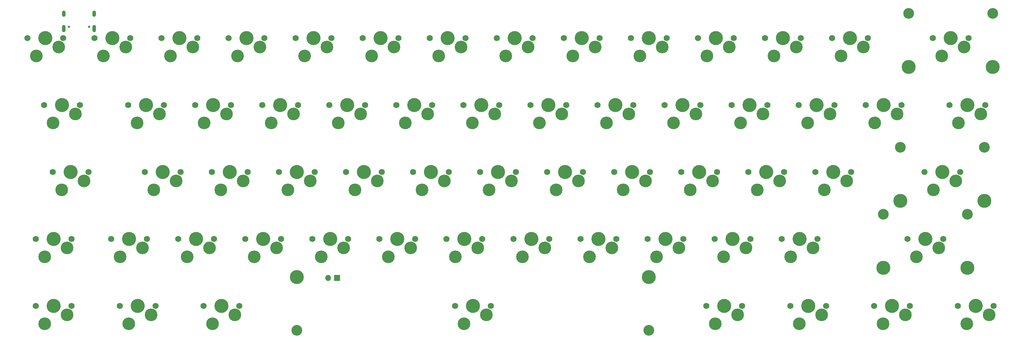
<source format=gbr>
%TF.GenerationSoftware,KiCad,Pcbnew,8.0.3*%
%TF.CreationDate,2024-11-03T20:57:16+08:00*%
%TF.ProjectId,PH60_Rev2,50483630-5f52-4657-9632-2e6b69636164,rev?*%
%TF.SameCoordinates,Original*%
%TF.FileFunction,Soldermask,Top*%
%TF.FilePolarity,Negative*%
%FSLAX46Y46*%
G04 Gerber Fmt 4.6, Leading zero omitted, Abs format (unit mm)*
G04 Created by KiCad (PCBNEW 8.0.3) date 2024-11-03 20:57:16*
%MOMM*%
%LPD*%
G01*
G04 APERTURE LIST*
%ADD10C,3.048000*%
%ADD11C,3.987800*%
%ADD12C,1.750000*%
%ADD13C,4.000000*%
%ADD14C,3.600000*%
%ADD15R,1.700000X1.700000*%
%ADD16O,1.700000X1.700000*%
%ADD17C,0.650000*%
%ADD18O,1.000000X1.800000*%
%ADD19O,1.000000X2.100000*%
G04 APERTURE END LIST*
D10*
%TO.C,REF\u002A\u002A*%
X280955750Y-69215000D03*
D11*
X280955750Y-84425000D03*
D10*
X304831750Y-69215000D03*
D11*
X304831750Y-84425000D03*
%TD*%
D12*
%TO.C,S30*%
X76517500Y-76200000D03*
D13*
X71437500Y-76200000D03*
D12*
X66357500Y-76200000D03*
D14*
X75247500Y-78740000D03*
X68897500Y-81280000D03*
%TD*%
D12*
%TO.C,S27*%
X281305000Y-57150000D03*
D13*
X276225000Y-57150000D03*
D12*
X271145000Y-57150000D03*
D14*
X280035000Y-59690000D03*
X273685000Y-62230000D03*
%TD*%
D12*
%TO.C,S42*%
X45561250Y-95250000D03*
D13*
X40481250Y-95250000D03*
D12*
X35401250Y-95250000D03*
D14*
X44291250Y-97790000D03*
X37941250Y-100330000D03*
%TD*%
D12*
%TO.C,S32*%
X114617500Y-76200000D03*
D13*
X109537500Y-76200000D03*
D12*
X104457500Y-76200000D03*
D14*
X113347500Y-78740000D03*
X106997500Y-81280000D03*
%TD*%
D12*
%TO.C,S38*%
X228917500Y-76200000D03*
D13*
X223837500Y-76200000D03*
D12*
X218757500Y-76200000D03*
D14*
X227647500Y-78740000D03*
X221297500Y-81280000D03*
%TD*%
D12*
%TO.C,S35*%
X171767500Y-76200000D03*
D13*
X166687500Y-76200000D03*
D12*
X161607500Y-76200000D03*
D14*
X170497500Y-78740000D03*
X164147500Y-81280000D03*
%TD*%
D12*
%TO.C,S4*%
X100330000Y-38100000D03*
D13*
X95250000Y-38100000D03*
D12*
X90170000Y-38100000D03*
D14*
X99060000Y-40640000D03*
X92710000Y-43180000D03*
%TD*%
D12*
%TO.C,S2*%
X62230000Y-38100000D03*
D13*
X57150000Y-38100000D03*
D12*
X52070000Y-38100000D03*
D14*
X60960000Y-40640000D03*
X54610000Y-43180000D03*
%TD*%
D12*
%TO.C,S22*%
X186055000Y-57150000D03*
D13*
X180975000Y-57150000D03*
D12*
X175895000Y-57150000D03*
D14*
X184785000Y-59690000D03*
X178435000Y-62230000D03*
%TD*%
D12*
%TO.C,S28*%
X305117500Y-57150000D03*
D13*
X300037500Y-57150000D03*
D12*
X294957500Y-57150000D03*
D14*
X303847500Y-59690000D03*
X297497500Y-62230000D03*
%TD*%
D12*
%TO.C,S46*%
X124142500Y-95250000D03*
D13*
X119062500Y-95250000D03*
D12*
X113982500Y-95250000D03*
D14*
X122872500Y-97790000D03*
X116522500Y-100330000D03*
%TD*%
D12*
%TO.C,S1*%
X43180000Y-38100000D03*
D13*
X38100000Y-38100000D03*
D12*
X33020000Y-38100000D03*
D14*
X41910000Y-40640000D03*
X35560000Y-43180000D03*
%TD*%
D12*
%TO.C,S54*%
X293211250Y-95250000D03*
D13*
X288131250Y-95250000D03*
D12*
X283051250Y-95250000D03*
D14*
X291941250Y-97790000D03*
X285591250Y-100330000D03*
%TD*%
D12*
%TO.C,S10*%
X214630000Y-38100000D03*
D13*
X209550000Y-38100000D03*
D12*
X204470000Y-38100000D03*
D14*
X213360000Y-40640000D03*
X207010000Y-43180000D03*
%TD*%
D10*
%TO.C,REF\u002A\u002A*%
X283337000Y-31115000D03*
D11*
X283337000Y-46325000D03*
D10*
X307213000Y-31115000D03*
D11*
X307213000Y-46325000D03*
%TD*%
D12*
%TO.C,S34*%
X152717500Y-76200000D03*
D13*
X147637500Y-76200000D03*
D12*
X142557500Y-76200000D03*
D14*
X151447500Y-78740000D03*
X145097500Y-81280000D03*
%TD*%
D12*
%TO.C,S15*%
X47942500Y-57150000D03*
D13*
X42862500Y-57150000D03*
D12*
X37782500Y-57150000D03*
D14*
X46672500Y-59690000D03*
X40322500Y-62230000D03*
%TD*%
D12*
%TO.C,S56*%
X69373750Y-114300000D03*
D13*
X64293750Y-114300000D03*
D12*
X59213750Y-114300000D03*
D14*
X68103750Y-116840000D03*
X61753750Y-119380000D03*
%TD*%
D12*
%TO.C,S20*%
X147955000Y-57150000D03*
D13*
X142875000Y-57150000D03*
D12*
X137795000Y-57150000D03*
D14*
X146685000Y-59690000D03*
X140335000Y-62230000D03*
%TD*%
D12*
%TO.C,S17*%
X90805000Y-57150000D03*
D13*
X85725000Y-57150000D03*
D12*
X80645000Y-57150000D03*
D14*
X89535000Y-59690000D03*
X83185000Y-62230000D03*
%TD*%
D12*
%TO.C,S31*%
X95567500Y-76200000D03*
D13*
X90487500Y-76200000D03*
D12*
X85407500Y-76200000D03*
D14*
X94297500Y-78740000D03*
X87947500Y-81280000D03*
%TD*%
D10*
%TO.C,REF\u002A\u002A*%
X276193250Y-88265000D03*
D11*
X276193250Y-103475000D03*
D10*
X300069250Y-88265000D03*
D11*
X300069250Y-103475000D03*
%TD*%
D12*
%TO.C,S48*%
X162242500Y-95250000D03*
D13*
X157162500Y-95250000D03*
D12*
X152082500Y-95250000D03*
D14*
X160972500Y-97790000D03*
X154622500Y-100330000D03*
%TD*%
D12*
%TO.C,S51*%
X219392500Y-95250000D03*
D13*
X214312500Y-95250000D03*
D12*
X209232500Y-95250000D03*
D14*
X218122500Y-97790000D03*
X211772500Y-100330000D03*
%TD*%
D12*
%TO.C,S23*%
X205105000Y-57150000D03*
D13*
X200025000Y-57150000D03*
D12*
X194945000Y-57150000D03*
D14*
X203835000Y-59690000D03*
X197485000Y-62230000D03*
%TD*%
D12*
%TO.C,S50*%
X200342500Y-95250000D03*
D13*
X195262500Y-95250000D03*
D12*
X190182500Y-95250000D03*
D14*
X199072500Y-97790000D03*
X192722500Y-100330000D03*
%TD*%
D12*
%TO.C,S18*%
X109855000Y-57150000D03*
D13*
X104775000Y-57150000D03*
D12*
X99695000Y-57150000D03*
D14*
X108585000Y-59690000D03*
X102235000Y-62230000D03*
%TD*%
D12*
%TO.C,S33*%
X133667500Y-76200000D03*
D13*
X128587500Y-76200000D03*
D12*
X123507500Y-76200000D03*
D14*
X132397500Y-78740000D03*
X126047500Y-81280000D03*
%TD*%
D12*
%TO.C,S61*%
X283686250Y-114300000D03*
D13*
X278606250Y-114300000D03*
D12*
X273526250Y-114300000D03*
D14*
X282416250Y-116840000D03*
X276066250Y-119380000D03*
%TD*%
D12*
%TO.C,S16*%
X71755000Y-57150000D03*
D13*
X66675000Y-57150000D03*
D12*
X61595000Y-57150000D03*
D14*
X70485000Y-59690000D03*
X64135000Y-62230000D03*
%TD*%
D12*
%TO.C,S60*%
X259873750Y-114300000D03*
D13*
X254793750Y-114300000D03*
D12*
X249713750Y-114300000D03*
D14*
X258603750Y-116840000D03*
X252253750Y-119380000D03*
%TD*%
D12*
%TO.C,S58*%
X164623750Y-114300000D03*
D13*
X159543750Y-114300000D03*
D12*
X154463750Y-114300000D03*
D14*
X163353750Y-116840000D03*
X157003750Y-119380000D03*
%TD*%
D12*
%TO.C,S24*%
X224155000Y-57150000D03*
D13*
X219075000Y-57150000D03*
D12*
X213995000Y-57150000D03*
D14*
X222885000Y-59690000D03*
X216535000Y-62230000D03*
%TD*%
D12*
%TO.C,S29*%
X50323750Y-76200000D03*
D13*
X45243750Y-76200000D03*
D12*
X40163750Y-76200000D03*
D14*
X49053750Y-78740000D03*
X42703750Y-81280000D03*
%TD*%
D12*
%TO.C,S37*%
X209867500Y-76200000D03*
D13*
X204787500Y-76200000D03*
D12*
X199707500Y-76200000D03*
D14*
X208597500Y-78740000D03*
X202247500Y-81280000D03*
%TD*%
D12*
%TO.C,S43*%
X66992500Y-95250000D03*
D13*
X61912500Y-95250000D03*
D12*
X56832500Y-95250000D03*
D14*
X65722500Y-97790000D03*
X59372500Y-100330000D03*
%TD*%
D12*
%TO.C,S3*%
X81280000Y-38100000D03*
D13*
X76200000Y-38100000D03*
D12*
X71120000Y-38100000D03*
D14*
X80010000Y-40640000D03*
X73660000Y-43180000D03*
%TD*%
D12*
%TO.C,S36*%
X190817500Y-76200000D03*
D13*
X185737500Y-76200000D03*
D12*
X180657500Y-76200000D03*
D14*
X189547500Y-78740000D03*
X183197500Y-81280000D03*
%TD*%
D12*
%TO.C,S6*%
X138430000Y-38100000D03*
D13*
X133350000Y-38100000D03*
D12*
X128270000Y-38100000D03*
D14*
X137160000Y-40640000D03*
X130810000Y-43180000D03*
%TD*%
D12*
%TO.C,S55*%
X45561250Y-114300000D03*
D13*
X40481250Y-114300000D03*
D12*
X35401250Y-114300000D03*
D14*
X44291250Y-116840000D03*
X37941250Y-119380000D03*
%TD*%
D12*
%TO.C,S25*%
X243205000Y-57150000D03*
D13*
X238125000Y-57150000D03*
D12*
X233045000Y-57150000D03*
D14*
X241935000Y-59690000D03*
X235585000Y-62230000D03*
%TD*%
D12*
%TO.C,S9*%
X195580000Y-38100000D03*
D13*
X190500000Y-38100000D03*
D12*
X185420000Y-38100000D03*
D14*
X194310000Y-40640000D03*
X187960000Y-43180000D03*
%TD*%
D12*
%TO.C,S26*%
X262255000Y-57150000D03*
D13*
X257175000Y-57150000D03*
D12*
X252095000Y-57150000D03*
D14*
X260985000Y-59690000D03*
X254635000Y-62230000D03*
%TD*%
D12*
%TO.C,S11*%
X233680000Y-38100000D03*
D13*
X228600000Y-38100000D03*
D12*
X223520000Y-38100000D03*
D14*
X232410000Y-40640000D03*
X226060000Y-43180000D03*
%TD*%
D12*
%TO.C,S59*%
X236061250Y-114300000D03*
D13*
X230981250Y-114300000D03*
D12*
X225901250Y-114300000D03*
D14*
X234791250Y-116840000D03*
X228441250Y-119380000D03*
%TD*%
D12*
%TO.C,S53*%
X257492500Y-95250000D03*
D13*
X252412500Y-95250000D03*
D12*
X247332500Y-95250000D03*
D14*
X256222500Y-97790000D03*
X249872500Y-100330000D03*
%TD*%
D12*
%TO.C,S12*%
X252730000Y-38100000D03*
D13*
X247650000Y-38100000D03*
D12*
X242570000Y-38100000D03*
D14*
X251460000Y-40640000D03*
X245110000Y-43180000D03*
%TD*%
D12*
%TO.C,S57*%
X93186250Y-114300000D03*
D13*
X88106250Y-114300000D03*
D12*
X83026250Y-114300000D03*
D14*
X91916250Y-116840000D03*
X85566250Y-119380000D03*
%TD*%
D12*
%TO.C,S8*%
X176530000Y-38100000D03*
D13*
X171450000Y-38100000D03*
D12*
X166370000Y-38100000D03*
D14*
X175260000Y-40640000D03*
X168910000Y-43180000D03*
%TD*%
D12*
%TO.C,S13*%
X271780000Y-38100000D03*
D13*
X266700000Y-38100000D03*
D12*
X261620000Y-38100000D03*
D14*
X270510000Y-40640000D03*
X264160000Y-43180000D03*
%TD*%
D12*
%TO.C,S14*%
X300355000Y-38100000D03*
D13*
X295275000Y-38100000D03*
D12*
X290195000Y-38100000D03*
D14*
X299085000Y-40640000D03*
X292735000Y-43180000D03*
%TD*%
D12*
%TO.C,S21*%
X167005000Y-57150000D03*
D13*
X161925000Y-57150000D03*
D12*
X156845000Y-57150000D03*
D14*
X165735000Y-59690000D03*
X159385000Y-62230000D03*
%TD*%
D12*
%TO.C,S19*%
X128905000Y-57150000D03*
D13*
X123825000Y-57150000D03*
D12*
X118745000Y-57150000D03*
D14*
X127635000Y-59690000D03*
X121285000Y-62230000D03*
%TD*%
D10*
%TO.C,REF\u002A\u002A*%
X209543750Y-121285000D03*
D11*
X209543750Y-106075000D03*
D10*
X109543750Y-121285000D03*
D11*
X109543750Y-106075000D03*
%TD*%
D12*
%TO.C,S5*%
X119380000Y-38100000D03*
D13*
X114300000Y-38100000D03*
D12*
X109220000Y-38100000D03*
D14*
X118110000Y-40640000D03*
X111760000Y-43180000D03*
%TD*%
D12*
%TO.C,S45*%
X105092500Y-95250000D03*
D13*
X100012500Y-95250000D03*
D12*
X94932500Y-95250000D03*
D14*
X103822500Y-97790000D03*
X97472500Y-100330000D03*
%TD*%
D12*
%TO.C,S62*%
X307498750Y-114300000D03*
D13*
X302418750Y-114300000D03*
D12*
X297338750Y-114300000D03*
D14*
X306228750Y-116840000D03*
X299878750Y-119380000D03*
%TD*%
D12*
%TO.C,S52*%
X238442500Y-95250000D03*
D13*
X233362500Y-95250000D03*
D12*
X228282500Y-95250000D03*
D14*
X237172500Y-97790000D03*
X230822500Y-100330000D03*
%TD*%
D12*
%TO.C,S7*%
X157480000Y-38100000D03*
D13*
X152400000Y-38100000D03*
D12*
X147320000Y-38100000D03*
D14*
X156210000Y-40640000D03*
X149860000Y-43180000D03*
%TD*%
D12*
%TO.C,S41*%
X297973750Y-76200000D03*
D13*
X292893750Y-76200000D03*
D12*
X287813750Y-76200000D03*
D14*
X296703750Y-78740000D03*
X290353750Y-81280000D03*
%TD*%
D12*
%TO.C,S49*%
X181292500Y-95250000D03*
D13*
X176212500Y-95250000D03*
D12*
X171132500Y-95250000D03*
D14*
X180022500Y-97790000D03*
X173672500Y-100330000D03*
%TD*%
D12*
%TO.C,S44*%
X86042500Y-95250000D03*
D13*
X80962500Y-95250000D03*
D12*
X75882500Y-95250000D03*
D14*
X84772500Y-97790000D03*
X78422500Y-100330000D03*
%TD*%
D12*
%TO.C,S39*%
X247967500Y-76200000D03*
D13*
X242887500Y-76200000D03*
D12*
X237807500Y-76200000D03*
D14*
X246697500Y-78740000D03*
X240347500Y-81280000D03*
%TD*%
D12*
%TO.C,S40*%
X267017500Y-76200000D03*
D13*
X261937500Y-76200000D03*
D12*
X256857500Y-76200000D03*
D14*
X265747500Y-78740000D03*
X259397500Y-81280000D03*
%TD*%
D12*
%TO.C,S47*%
X143192500Y-95250000D03*
D13*
X138112500Y-95250000D03*
D12*
X133032500Y-95250000D03*
D14*
X141922500Y-97790000D03*
X135572500Y-100330000D03*
%TD*%
D15*
%TO.C,J2*%
X120940000Y-106325000D03*
D16*
X118400000Y-106325000D03*
%TD*%
D17*
%TO.C,J1*%
X44735000Y-34855000D03*
X50515000Y-34855000D03*
D18*
X43305000Y-31175000D03*
D19*
X43305000Y-35355000D03*
D18*
X51945000Y-31175000D03*
D19*
X51945000Y-35355000D03*
%TD*%
M02*

</source>
